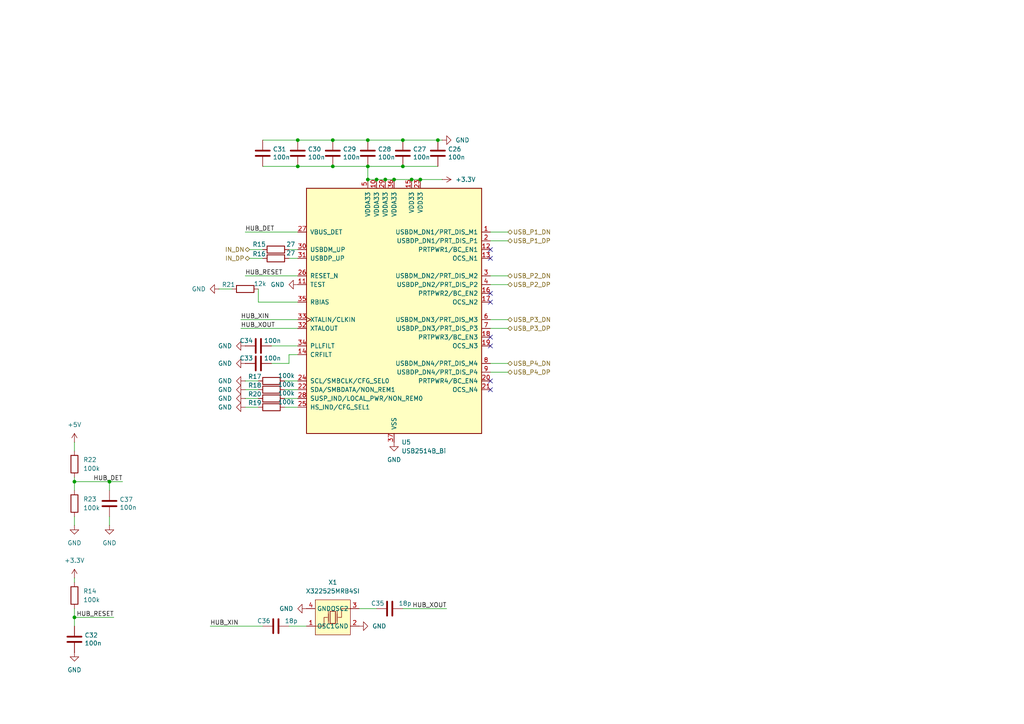
<source format=kicad_sch>
(kicad_sch (version 20250114) (generator "eeschema") (generator_version "9.0")
  (paper "A4")
  (lib_symbols
    (symbol "Device:C" (pin_numbers (hide yes)) (pin_names (offset 0.254))
      (property "Reference" "C" (at 0.635 2.54 0))
      (property "Value" "C" (at 0.635 -2.54 0))
      (symbol "C_0_1"
        (polyline (pts (xy -2.032 0.762) (xy 2.032 0.762)) (stroke (width 0.508)))
        (polyline (pts (xy -2.032 -0.762) (xy 2.032 -0.762)) (stroke (width 0.508)))
      )
      (symbol "C_1_1"
        (pin passive line (at 0 3.81 270) (length 2.794) (name "~") (number "1"))
        (pin passive line (at 0 -3.81 90) (length 2.794) (name "~") (number "2"))
      )
    )
    (symbol "Device:R" (pin_numbers (hide yes)) (pin_names (offset 0))
      (property "Reference" "R" (at 2.032 0 90))
      (property "Value" "R" (at 0 0 90))
      (symbol "R_0_1"
        (rectangle (start -1.016 -2.54) (end 1.016 2.54) (stroke (width 0.254)))
      )
      (symbol "R_1_1"
        (pin passive line (at 0 3.81 270) (length 1.27) (name "~") (number "1"))
        (pin passive line (at 0 -3.81 90) (length 1.27) (name "~") (number "2"))
      )
    )
    (symbol "Interface_USB:USB2514B_Bi" (pin_names (offset 1.016))
      (property "Reference" "U" (at -17.78 40.64 0))
      (property "Value" "USB2514B_Bi" (at -20.32 38.1 0))
      (symbol "USB2514B_Bi_0_1"
        (rectangle (start -25.4 35.56) (end 25.4 -35.56) (stroke (width 0.254)) (fill (type background)))
      )
      (symbol "USB2514B_Bi_1_1"
        (pin input line (at -27.94 22.86 0) (length 2.54) (name "VBUS_DET") (number "27"))
        (pin bidirectional line (at -27.94 17.78 0) (length 2.54) (name "USBDM_UP") (number "30"))
        (pin bidirectional line (at -27.94 15.24 0) (length 2.54) (name "USBDP_UP") (number "31"))
        (pin input line (at -27.94 10.16 0) (length 2.54) (name "RESET_N") (number "26"))
        (pin input line (at -27.94 7.62 0) (length 2.54) (name "TEST") (number "11"))
        (pin input line (at -27.94 2.54 0) (length 2.54) (name "RBIAS") (number "35"))
        (pin input clock (at -27.94 -2.54 0) (length 2.54) (name "XTALIN/CLKIN") (number "33"))
        (pin output line (at -27.94 -5.08 0) (length 2.54) (name "XTALOUT") (number "32"))
        (pin input line (at -27.94 -10.16 0) (length 2.54) (name "PLLFILT") (number "34"))
        (pin input line (at -27.94 -12.7 0) (length 2.54) (name "CRFILT") (number "14"))
        (pin bidirectional line (at -27.94 -20.32 0) (length 2.54) (name "SCL/SMBCLK/CFG_SEL0") (number "24"))
        (pin bidirectional line (at -27.94 -22.86 0) (length 2.54) (name "SDA/SMBDATA/NON_REM1") (number "22"))
        (pin bidirectional line (at -27.94 -25.4 0) (length 2.54) (name "SUSP_IND/LOCAL_PWR/NON_REM0") (number "28"))
        (pin bidirectional line (at -27.94 -27.94 0) (length 2.54) (name "HS_IND/CFG_SEL1") (number "25"))
        (pin power_in line (at -7.62 38.1 270) (length 2.54) (name "VDDA33") (number "5"))
        (pin power_in line (at -5.08 38.1 270) (length 2.54) (name "VDDA33") (number "10"))
        (pin power_in line (at -2.54 38.1 270) (length 2.54) (name "VDDA33") (number "29"))
        (pin power_in line (at 0 38.1 270) (length 2.54) (name "VDDA33") (number "36"))
        (pin power_in line (at 0 -38.1 90) (length 2.54) (name "VSS") (number "37"))
        (pin power_in line (at 5.08 38.1 270) (length 2.54) (name "VDD33") (number "15"))
        (pin power_in line (at 7.62 38.1 270) (length 2.54) (name "VDD33") (number "23"))
        (pin bidirectional line (at 27.94 22.86 180) (length 2.54) (name "USBDM_DN1/PRT_DIS_M1") (number "1"))
        (pin bidirectional line (at 27.94 20.32 180) (length 2.54) (name "USBDP_DN1/PRT_DIS_P1") (number "2"))
        (pin bidirectional line (at 27.94 17.78 180) (length 2.54) (name "PRTPWR1/BC_EN1") (number "12"))
        (pin input line (at 27.94 15.24 180) (length 2.54) (name "OCS_N1") (number "13"))
        (pin bidirectional line (at 27.94 10.16 180) (length 2.54) (name "USBDM_DN2/PRT_DIS_M2") (number "3"))
        (pin bidirectional line (at 27.94 7.62 180) (length 2.54) (name "USBDP_DN2/PRT_DIS_P2") (number "4"))
        (pin bidirectional line (at 27.94 5.08 180) (length 2.54) (name "PRTPWR2/BC_EN2") (number "16"))
        (pin input line (at 27.94 2.54 180) (length 2.54) (name "OCS_N2") (number "17"))
        (pin bidirectional line (at 27.94 -2.54 180) (length 2.54) (name "USBDM_DN3/PRT_DIS_M3") (number "6"))
        (pin bidirectional line (at 27.94 -5.08 180) (length 2.54) (name "USBDP_DN3/PRT_DIS_P3") (number "7"))
        (pin bidirectional line (at 27.94 -7.62 180) (length 2.54) (name "PRTPWR3/BC_EN3") (number "18"))
        (pin input line (at 27.94 -10.16 180) (length 2.54) (name "OCS_N3") (number "19"))
        (pin bidirectional line (at 27.94 -15.24 180) (length 2.54) (name "USBDM_DN4/PRT_DIS_M4") (number "8"))
        (pin bidirectional line (at 27.94 -17.78 180) (length 2.54) (name "USBDP_DN4/PRT_DIS_P4") (number "9"))
        (pin bidirectional line (at 27.94 -20.32 180) (length 2.54) (name "PRTPWR4/BC_EN4") (number "20"))
        (pin input line (at 27.94 -22.86 180) (length 2.54) (name "OCS_N4") (number "21"))
      )
    )
    (symbol "LCSC:X322525MRB4SI"
      (property "Reference" "X" (at 0 7.62 0))
      (property "Value" "X322525MRB4SI" (at 0 -7.62 0))
      (symbol "X322525MRB4SI_0_1"
        (rectangle (start -5.08 5.08) (end 5.08 -5.08) (fill (type background)))
        (polyline (pts (xy -5.08 -2.54) (xy -2.54 -2.54) (xy -2.54 0) (xy -1.52 0)))
        (polyline (pts (xy -1.27 -1.02) (xy -1.27 1.02)))
        (polyline (pts (xy -1.27 -1.78) (xy -1.27 1.78)))
        (polyline (pts (xy -0.76 -1.78) (xy -0.76 1.78) (xy 0.76 1.78) (xy 0.76 -1.78)))
        (polyline (pts (xy 0.76 1.78) (xy 0.76 -1.78) (xy -0.76 -1.78) (xy -0.76 1.78) (xy 0.76 1.78)) (fill (type background)))
        (polyline (pts (xy 0.76 -1.78) (xy -0.76 -1.78)))
        (polyline (pts (xy 1.27 -1.02) (xy 1.27 1.02)))
        (polyline (pts (xy 1.27 -1.78) (xy 1.27 1.78)))
        (polyline (pts (xy 5.08 2.54) (xy 2.54 2.54) (xy 2.54 0) (xy 1.52 0)))
        (pin unspecified line (at -7.62 2.54 0) (length 2.54) (name "GND") (number "4"))
        (pin unspecified line (at -7.62 -2.54 0) (length 2.54) (name "OSC1") (number "1"))
        (pin unspecified line (at 7.62 2.54 180) (length 2.54) (name "OSC2") (number "3"))
        (pin unspecified line (at 7.62 -2.54 180) (length 2.54) (name "GND") (number "2"))
      )
    )
    (symbol "power:+3.3V" (power) (pin_numbers (hide yes)) (pin_names (offset 0) (hide yes))
      (property "Value" "+3.3V" (at 0 3.556 0))
      (symbol "+3.3V_0_1"
        (polyline (pts (xy -0.762 1.27) (xy 0 2.54)))
        (polyline (pts (xy 0 2.54) (xy 0.762 1.27)))
        (polyline (pts (xy 0 0) (xy 0 2.54)))
      )
      (symbol "+3.3V_1_1"
        (pin power_in line (at 0 0 90) (length 0) (name "~") (number "1"))
      )
    )
    (symbol "power:+5V" (power) (pin_numbers (hide yes)) (pin_names (offset 0) (hide yes))
      (property "Value" "+5V" (at 0 3.556 0))
      (symbol "+5V_0_1"
        (polyline (pts (xy -0.762 1.27) (xy 0 2.54)))
        (polyline (pts (xy 0 2.54) (xy 0.762 1.27)))
        (polyline (pts (xy 0 0) (xy 0 2.54)))
      )
      (symbol "+5V_1_1"
        (pin power_in line (at 0 0 90) (length 0) (name "~") (number "1"))
      )
    )
    (symbol "power:GND" (power) (pin_numbers (hide yes)) (pin_names (offset 0) (hide yes))
      (property "Value" "GND" (at 0 -3.81 0))
      (symbol "GND_0_1"
        (polyline (pts (xy 0 0) (xy 0 -1.27) (xy 1.27 -1.27) (xy 0 -2.54) (xy -1.27 -1.27) (xy 0 -1.27)))
      )
      (symbol "GND_1_1"
        (pin power_in line (at 0 0 270) (length 0) (name "~") (number "1"))
      )
    )
  )
  (junction (at 21.59 139.7))
  (junction (at 96.52 40.64))
  (junction (at 106.68 48.26))
  (junction (at 121.92 52.07))
  (junction (at 109.22 52.07))
  (junction (at 114.3 52.07))
  (junction (at 116.84 48.26))
  (junction (at 86.36 48.26))
  (junction (at 111.76 52.07))
  (junction (at 127 40.64))
  (junction (at 119.38 52.07))
  (junction (at 116.84 40.64))
  (junction (at 21.59 179.07))
  (junction (at 106.68 40.64))
  (junction (at 106.68 52.07))
  (junction (at 96.52 48.26))
  (junction (at 86.36 40.64))
  (junction (at 31.75 139.7))
  (no_connect (at 142.24 74.93))
  (no_connect (at 142.24 97.79))
  (no_connect (at 142.24 85.09))
  (no_connect (at 142.24 113.03))
  (no_connect (at 142.24 87.63))
  (no_connect (at 142.24 110.49))
  (no_connect (at 142.24 72.39))
  (no_connect (at 142.24 100.33))
  (wire (pts (xy 69.85 92.71) (xy 86.36 92.71)))
  (wire (pts (xy 69.85 95.25) (xy 86.36 95.25)))
  (wire (pts (xy 86.36 40.64) (xy 96.52 40.64)))
  (wire (pts (xy 76.2 40.64) (xy 86.36 40.64)))
  (wire (pts (xy 71.12 110.49) (xy 74.93 110.49)))
  (wire (pts (xy 106.68 40.64) (xy 116.84 40.64)))
  (wire (pts (xy 21.59 128.27) (xy 21.59 130.81)))
  (wire (pts (xy 114.3 52.07) (xy 119.38 52.07)))
  (wire (pts (xy 106.68 48.26) (xy 106.68 52.07)))
  (wire (pts (xy 128.27 52.07) (xy 121.92 52.07)))
  (wire (pts (xy 82.55 113.03) (xy 86.36 113.03)))
  (wire (pts (xy 127 40.64) (xy 128.27 40.64)))
  (wire (pts (xy 21.59 179.07) (xy 21.59 176.53)))
  (wire (pts (xy 71.12 118.11) (xy 74.93 118.11)))
  (wire (pts (xy 21.59 139.7) (xy 21.59 142.24)))
  (wire (pts (xy 71.12 67.31) (xy 86.36 67.31)))
  (wire (pts (xy 82.55 118.11) (xy 86.36 118.11)))
  (wire (pts (xy 63.5 83.82) (xy 67.31 83.82)))
  (wire (pts (xy 106.68 48.26) (xy 116.84 48.26)))
  (wire (pts (xy 142.24 105.41) (xy 147.32 105.41)))
  (wire (pts (xy 31.75 139.7) (xy 35.56 139.7)))
  (wire (pts (xy 76.2 48.26) (xy 86.36 48.26)))
  (wire (pts (xy 21.59 167.64) (xy 21.59 168.91)))
  (wire (pts (xy 106.68 52.07) (xy 109.22 52.07)))
  (wire (pts (xy 142.24 107.95) (xy 147.32 107.95)))
  (wire (pts (xy 21.59 138.43) (xy 21.59 139.7)))
  (wire (pts (xy 142.24 67.31) (xy 147.32 67.31)))
  (wire (pts (xy 71.12 115.57) (xy 74.93 115.57)))
  (wire (pts (xy 21.59 149.86) (xy 21.59 152.4)))
  (wire (pts (xy 121.92 52.07) (xy 119.38 52.07)))
  (wire (pts (xy 82.55 110.49) (xy 86.36 110.49)))
  (wire (pts (xy 31.75 149.86) (xy 31.75 152.4)))
  (wire (pts (xy 72.39 74.93) (xy 76.2 74.93)))
  (wire (pts (xy 104.14 176.53) (xy 109.22 176.53)))
  (wire (pts (xy 83.82 74.93) (xy 86.36 74.93)))
  (wire (pts (xy 74.93 83.82) (xy 74.93 87.63)))
  (wire (pts (xy 142.24 80.01) (xy 147.32 80.01)))
  (wire (pts (xy 83.82 102.87) (xy 86.36 102.87)))
  (wire (pts (xy 83.82 181.61) (xy 88.9 181.61)))
  (wire (pts (xy 71.12 113.03) (xy 74.93 113.03)))
  (wire (pts (xy 71.12 80.01) (xy 86.36 80.01)))
  (wire (pts (xy 31.75 139.7) (xy 31.75 142.24)))
  (wire (pts (xy 78.74 105.41) (xy 83.82 105.41)))
  (wire (pts (xy 78.74 100.33) (xy 86.36 100.33)))
  (wire (pts (xy 82.55 115.57) (xy 86.36 115.57)))
  (wire (pts (xy 86.36 48.26) (xy 96.52 48.26)))
  (wire (pts (xy 116.84 40.64) (xy 127 40.64)))
  (wire (pts (xy 142.24 92.71) (xy 147.32 92.71)))
  (wire (pts (xy 21.59 139.7) (xy 31.75 139.7)))
  (wire (pts (xy 116.84 48.26) (xy 127 48.26)))
  (wire (pts (xy 74.93 87.63) (xy 86.36 87.63)))
  (wire (pts (xy 83.82 105.41) (xy 83.82 102.87)))
  (wire (pts (xy 96.52 40.64) (xy 106.68 40.64)))
  (wire (pts (xy 142.24 95.25) (xy 147.32 95.25)))
  (wire (pts (xy 83.82 72.39) (xy 86.36 72.39)))
  (wire (pts (xy 142.24 82.55) (xy 147.32 82.55)))
  (wire (pts (xy 72.39 72.39) (xy 76.2 72.39)))
  (wire (pts (xy 142.24 69.85) (xy 147.32 69.85)))
  (wire (pts (xy 21.59 179.07) (xy 21.59 181.61)))
  (wire (pts (xy 33.02 179.07) (xy 21.59 179.07)))
  (wire (pts (xy 96.52 48.26) (xy 106.68 48.26)))
  (wire (pts (xy 111.76 52.07) (xy 114.3 52.07)))
  (wire (pts (xy 109.22 52.07) (xy 111.76 52.07)))
  (wire (pts (xy 116.84 176.53) (xy 129.54 176.53)))
  (wire (pts (xy 60.96 181.61) (xy 76.2 181.61)))
  (label "HUB_DET" (at 35.56 139.7 180))
  (label "HUB_XIN" (at 60.96 181.61 0))
  (label "HUB_XOUT" (at 129.54 176.53 180))
  (label "HUB_XIN" (at 69.85 92.71 0))
  (label "HUB_XOUT" (at 69.85 95.25 0))
  (label "HUB_RESET" (at 71.12 80.01 0))
  (label "HUB_DET" (at 71.12 67.31 0))
  (label "HUB_RESET" (at 33.02 179.07 180))
  (hierarchical_label "USB_P3_DN" (shape bidirectional) (at 147.32 92.71 0))
  (hierarchical_label "USB_P4_DP" (shape bidirectional) (at 147.32 107.95 0))
  (hierarchical_label "IN_DP" (shape bidirectional) (at 72.39 74.93 180))
  (hierarchical_label "USB_P3_DP" (shape bidirectional) (at 147.32 95.25 0))
  (hierarchical_label "IN_DN" (shape bidirectional) (at 72.39 72.39 180))
  (hierarchical_label "USB_P2_DN" (shape bidirectional) (at 147.32 80.01 0))
  (hierarchical_label "USB_P2_DP" (shape bidirectional) (at 147.32 82.55 0))
  (hierarchical_label "USB_P4_DN" (shape bidirectional) (at 147.32 105.41 0))
  (hierarchical_label "USB_P1_DP" (shape bidirectional) (at 147.32 69.85 0))
  (hierarchical_label "USB_P1_DN" (shape bidirectional) (at 147.32 67.31 0))
  (symbol (lib_id "power:GND") (at 21.59 152.4 0) (unit 1)
    (property "Reference" "#PWR057" (effects (hide yes)))
    (property "Value" "GND" (at 21.59 157.48 0))
    (property "Description" "Power symbol creates a global label with name \"GND\" , ground" (effects (hide yes)))
  )
  (symbol (lib_id "power:GND") (at 86.36 82.55 270) (unit 1)
    (property "Reference" "#PWR043" (effects (hide yes)))
    (property "Value" "GND" (at 82.55 82.5499 90) (effects (justify right)))
    (property "Description" "Power symbol creates a global label with name \"GND\" , ground" (effects (hide yes)))
  )
  (symbol (lib_id "Device:C") (at 21.59 185.42 0) (unit 1)
    (property "Reference" "C32" (at 24.511 184.2516 0) (effects (justify left)))
    (property "Value" "100n" (at 24.511 186.563 0) (effects (justify left)))
    (property "Footprint" "Capacitor_SMD:C_0402_1005Metric" (effects (hide yes)))
  )
  (symbol (lib_id "Device:R") (at 80.01 72.39 270) (unit 1)
    (property "Reference" "R15" (at 75.184 70.866 90))
    (property "Value" "27" (at 84.328 70.866 90))
    (property "Footprint" "Resistor_SMD:R_0402_1005Metric" (effects (hide yes)))
  )
  (symbol (lib_id "power:GND") (at 114.3 128.27 0) (unit 1)
    (property "Reference" "#PWR044" (effects (hide yes)))
    (property "Value" "GND" (at 114.3 133.35 0))
    (property "Description" "Power symbol creates a global label with name \"GND\" , ground" (effects (hide yes)))
  )
  (symbol (lib_id "power:GND") (at 104.14 181.61 90) (unit 1)
    (property "Reference" "#PWR054" (effects (hide yes)))
    (property "Value" "GND" (at 107.95 181.6099 90) (effects (justify right)))
    (property "Description" "Power symbol creates a global label with name \"GND\" , ground" (effects (hide yes)))
  )
  (symbol (lib_id "power:GND") (at 21.59 189.23 0) (unit 1)
    (property "Reference" "#PWR046" (effects (hide yes)))
    (property "Value" "GND" (at 21.59 194.31 0))
    (property "Description" "Power symbol creates a global label with name \"GND\" , ground" (effects (hide yes)))
  )
  (symbol (lib_id "Device:C") (at 74.93 105.41 90) (unit 1)
    (property "Reference" "C33" (at 73.406 103.886 90) (effects (justify left)))
    (property "Value" "100n" (at 81.534 103.886 90) (effects (justify left)))
    (property "Footprint" "Capacitor_SMD:C_0402_1005Metric" (effects (hide yes)))
  )
  (symbol (lib_id "power:+3.3V") (at 128.27 52.07 270) (unit 1)
    (property "Reference" "#PWR041" (effects (hide yes)))
    (property "Value" "+3.3V" (at 132.08 52.0699 90) (effects (justify left)))
    (property "Description" "Power symbol creates a global label with name \"+3.3V\"" (effects (hide yes)))
  )
  (symbol (lib_id "Device:C") (at 74.93 100.33 90) (unit 1)
    (property "Reference" "C34" (at 73.406 98.806 90) (effects (justify left)))
    (property "Value" "100n" (at 81.534 98.806 90) (effects (justify left)))
    (property "Footprint" "Capacitor_SMD:C_0402_1005Metric" (effects (hide yes)))
  )
  (symbol (lib_id "power:GND") (at 31.75 152.4 0) (unit 1)
    (property "Reference" "#PWR058" (effects (hide yes)))
    (property "Value" "GND" (at 31.75 157.48 0))
    (property "Description" "Power symbol creates a global label with name \"GND\" , ground" (effects (hide yes)))
  )
  (symbol (lib_id "power:GND") (at 128.27 40.64 90) (unit 1)
    (property "Reference" "#PWR042" (effects (hide yes)))
    (property "Value" "GND" (at 132.08 40.6399 90) (effects (justify right)))
    (property "Description" "Power symbol creates a global label with name \"GND\" , ground" (effects (hide yes)))
  )
  (symbol (lib_id "Device:R") (at 21.59 146.05 0) (unit 1)
    (property "Reference" "R23" (at 24.13 144.7799 0) (effects (justify left)))
    (property "Value" "100k" (at 24.13 147.3199 0) (effects (justify left)))
    (property "Footprint" "Resistor_SMD:R_0402_1005Metric" (effects (hide yes)))
    (property "Description" "Resistor" (effects (hide yes)))
  )
  (symbol (lib_id "Device:R") (at 21.59 172.72 0) (unit 1)
    (property "Reference" "R14" (at 24.13 171.4499 0) (effects (justify left)))
    (property "Value" "100k" (at 24.13 173.9899 0) (effects (justify left)))
    (property "Footprint" "Resistor_SMD:R_0402_1005Metric" (effects (hide yes)))
    (property "Description" "Resistor" (effects (hide yes)))
  )
  (symbol (lib_id "Device:R") (at 71.12 83.82 270) (unit 1)
    (property "Reference" "R21" (at 66.294 82.55 90))
    (property "Value" "12k" (at 75.438 82.296 90))
    (property "Footprint" "Resistor_SMD:R_0402_1005Metric" (effects (hide yes)))
  )
  (symbol (lib_id "Device:R") (at 78.74 113.03 270) (unit 1)
    (property "Reference" "R18" (at 73.914 111.76 90))
    (property "Value" "100k" (at 83.058 111.506 90))
    (property "Footprint" "Resistor_SMD:R_0402_1005Metric" (effects (hide yes)))
  )
  (symbol (lib_id "power:GND") (at 71.12 115.57 270) (unit 1)
    (property "Reference" "#PWR050" (effects (hide yes)))
    (property "Value" "GND" (at 67.31 115.5699 90) (effects (justify right)))
    (property "Description" "Power symbol creates a global label with name \"GND\" , ground" (effects (hide yes)))
  )
  (symbol (lib_id "Device:C") (at 86.36 44.45 0) (unit 1)
    (property "Reference" "C30" (at 89.281 43.2816 0) (effects (justify left)))
    (property "Value" "100n" (at 89.281 45.593 0) (effects (justify left)))
    (property "Footprint" "Capacitor_SMD:C_0402_1005Metric" (effects (hide yes)))
  )
  (symbol (lib_id "LCSC:X322525MRB4SI") (at 96.52 179.07 0) (unit 1)
    (property "Reference" "X1" (at 96.52 168.91 0))
    (property "Value" "X322525MRB4SI" (at 96.52 171.45 0))
    (property "Footprint" ":OSC-SMD_4P-L3.2-W2.5-BL_SIT8008BI" (effects (hide yes)))
    (property "Datasheet" "https://lcsc.com/product-detail/SMD-Crystals_YSX321SL-25MHZ-18PF-10PPM-40-85_C70593.html" (effects (hide yes)))
    (property "LCSC Part" "C70593" (effects (hide yes)))
  )
  (symbol (lib_id "Device:C") (at 96.52 44.45 0) (unit 1)
    (property "Reference" "C29" (at 99.441 43.2816 0) (effects (justify left)))
    (property "Value" "100n" (at 99.441 45.593 0) (effects (justify left)))
    (property "Footprint" "Capacitor_SMD:C_0402_1005Metric" (effects (hide yes)))
  )
  (symbol (lib_id "Device:C") (at 116.84 44.45 0) (unit 1)
    (property "Reference" "C27" (at 119.761 43.2816 0) (effects (justify left)))
    (property "Value" "100n" (at 119.761 45.593 0) (effects (justify left)))
    (property "Footprint" "Capacitor_SMD:C_0402_1005Metric" (effects (hide yes)))
  )
  (symbol (lib_id "Device:C") (at 127 44.45 0) (unit 1)
    (property "Reference" "C26" (at 129.921 43.2816 0) (effects (justify left)))
    (property "Value" "100n" (at 129.921 45.593 0) (effects (justify left)))
    (property "Footprint" "Capacitor_SMD:C_0402_1005Metric" (effects (hide yes)))
  )
  (symbol (lib_id "Device:R") (at 78.74 110.49 270) (unit 1)
    (property "Reference" "R17" (at 73.914 109.22 90))
    (property "Value" "100k" (at 83.058 108.966 90))
    (property "Footprint" "Resistor_SMD:R_0402_1005Metric" (effects (hide yes)))
  )
  (symbol (lib_id "power:+3.3V") (at 21.59 167.64 0) (unit 1)
    (property "Reference" "#PWR045" (effects (hide yes)))
    (property "Value" "+3.3V" (at 21.59 162.56 0))
    (property "Description" "Power symbol creates a global label with name \"+3.3V\"" (effects (hide yes)))
  )
  (symbol (lib_id "Device:C") (at 113.03 176.53 90) (unit 1)
    (property "Reference" "C35" (at 111.506 175.006 90) (effects (justify left)))
    (property "Value" "18p" (at 119.38 175.006 90) (effects (justify left)))
    (property "Footprint" "Capacitor_SMD:C_0402_1005Metric" (effects (hide yes)))
  )
  (symbol (lib_id "Device:C") (at 80.01 181.61 90) (unit 1)
    (property "Reference" "C36" (at 78.486 180.086 90) (effects (justify left)))
    (property "Value" "18p" (at 86.36 180.086 90) (effects (justify left)))
    (property "Footprint" "Capacitor_SMD:C_0402_1005Metric" (effects (hide yes)))
  )
  (symbol (lib_id "power:GND") (at 71.12 110.49 270) (unit 1)
    (property "Reference" "#PWR048" (effects (hide yes)))
    (property "Value" "GND" (at 67.31 110.4899 90) (effects (justify right)))
    (property "Description" "Power symbol creates a global label with name \"GND\" , ground" (effects (hide yes)))
  )
  (symbol (lib_id "power:GND") (at 71.12 113.03 270) (unit 1)
    (property "Reference" "#PWR049" (effects (hide yes)))
    (property "Value" "GND" (at 67.31 113.0299 90) (effects (justify right)))
    (property "Description" "Power symbol creates a global label with name \"GND\" , ground" (effects (hide yes)))
  )
  (symbol (lib_id "Device:R") (at 21.59 134.62 0) (unit 1)
    (property "Reference" "R22" (at 24.13 133.3499 0) (effects (justify left)))
    (property "Value" "100k" (at 24.13 135.8899 0) (effects (justify left)))
    (property "Footprint" "Resistor_SMD:R_0402_1005Metric" (effects (hide yes)))
    (property "Description" "Resistor" (effects (hide yes)))
  )
  (symbol (lib_id "power:GND") (at 88.9 176.53 270) (unit 1)
    (property "Reference" "#PWR055" (effects (hide yes)))
    (property "Value" "GND" (at 85.09 176.5299 90) (effects (justify right)))
    (property "Description" "Power symbol creates a global label with name \"GND\" , ground" (effects (hide yes)))
  )
  (symbol (lib_id "Device:R") (at 80.01 74.93 270) (unit 1)
    (property "Reference" "R16" (at 75.184 73.66 90))
    (property "Value" "27" (at 84.328 73.406 90))
    (property "Footprint" "Resistor_SMD:R_0402_1005Metric" (effects (hide yes)))
  )
  (symbol (lib_id "Device:R") (at 78.74 118.11 270) (unit 1)
    (property "Reference" "R19" (at 73.914 116.84 90))
    (property "Value" "100k" (at 83.058 116.586 90))
    (property "Footprint" "Resistor_SMD:R_0402_1005Metric" (effects (hide yes)))
  )
  (symbol (lib_id "power:GND") (at 63.5 83.82 270) (unit 1)
    (property "Reference" "#PWR053" (effects (hide yes)))
    (property "Value" "GND" (at 59.69 83.8199 90) (effects (justify right)))
    (property "Description" "Power symbol creates a global label with name \"GND\" , ground" (effects (hide yes)))
  )
  (symbol (lib_id "Device:C") (at 106.68 44.45 0) (unit 1)
    (property "Reference" "C28" (at 109.601 43.2816 0) (effects (justify left)))
    (property "Value" "100n" (at 109.601 45.593 0) (effects (justify left)))
    (property "Footprint" "Capacitor_SMD:C_0402_1005Metric" (effects (hide yes)))
  )
  (symbol (lib_id "power:GND") (at 71.12 100.33 270) (unit 1)
    (property "Reference" "#PWR051" (effects (hide yes)))
    (property "Value" "GND" (at 67.31 100.3299 90) (effects (justify right)))
    (property "Description" "Power symbol creates a global label with name \"GND\" , ground" (effects (hide yes)))
  )
  (symbol (lib_id "Device:C") (at 31.75 146.05 0) (unit 1)
    (property "Reference" "C37" (at 34.671 144.8816 0) (effects (justify left)))
    (property "Value" "100n" (at 34.671 147.193 0) (effects (justify left)))
    (property "Footprint" "Capacitor_SMD:C_0402_1005Metric" (effects (hide yes)))
  )
  (symbol (lib_id "power:GND") (at 71.12 105.41 270) (unit 1)
    (property "Reference" "#PWR052" (effects (hide yes)))
    (property "Value" "GND" (at 67.31 105.4099 90) (effects (justify right)))
    (property "Description" "Power symbol creates a global label with name \"GND\" , ground" (effects (hide yes)))
  )
  (symbol (lib_id "Device:C") (at 76.2 44.45 0) (unit 1)
    (property "Reference" "C31" (at 79.121 43.2816 0) (effects (justify left)))
    (property "Value" "100n" (at 79.121 45.593 0) (effects (justify left)))
    (property "Footprint" "Capacitor_SMD:C_0402_1005Metric" (effects (hide yes)))
  )
  (symbol (lib_id "Interface_USB:USB2514B_Bi") (at 114.3 90.17 0) (unit 1)
    (property "Reference" "U5" (at 116.4433 128.27 0) (effects (justify left)))
    (property "Value" "USB2514B_Bi" (at 116.4433 130.81 0) (effects (justify left)))
    (property "Footprint" "Package_DFN_QFN:QFN-36-1EP_6x6mm_P0.5mm_EP3.7x3.7mm" (effects (hide yes)))
    (property "Datasheet" "http://ww1.microchip.com/downloads/en/DeviceDoc/00001692C.pdf" (effects (hide yes)))
    (property "Description" "USB 2.0 Hi-Speed Hub Controller" (effects (hide yes)))
  )
  (symbol (lib_id "power:+5V") (at 21.59 128.27 0) (unit 1)
    (property "Reference" "#PWR056" (effects (hide yes)))
    (property "Value" "+5V" (at 21.59 123.19 0))
    (property "Description" "Power symbol creates a global label with name \"+5V\"" (effects (hide yes)))
  )
  (symbol (lib_id "power:GND") (at 71.12 118.11 270) (unit 1)
    (property "Reference" "#PWR047" (effects (hide yes)))
    (property "Value" "GND" (at 67.31 118.1099 90) (effects (justify right)))
    (property "Description" "Power symbol creates a global label with name \"GND\" , ground" (effects (hide yes)))
  )
  (symbol (lib_id "Device:R") (at 78.74 115.57 270) (unit 1)
    (property "Reference" "R20" (at 73.914 114.3 90))
    (property "Value" "100k" (at 83.058 114.046 90))
    (property "Footprint" "Resistor_SMD:R_0402_1005Metric" (effects (hide yes)))
  )
)
</source>
